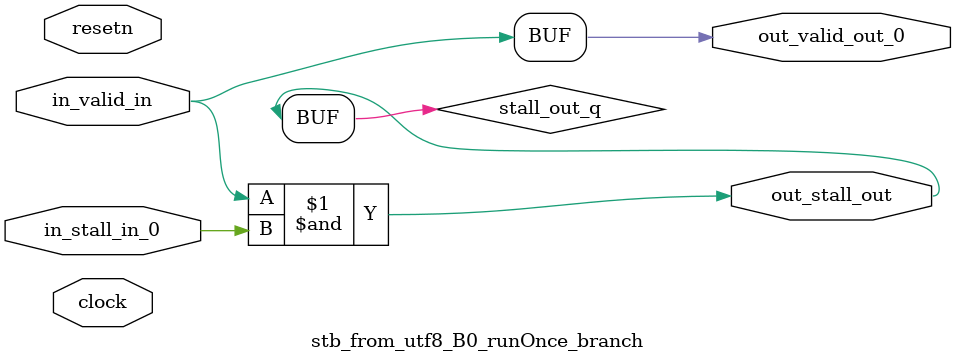
<source format=sv>



(* altera_attribute = "-name AUTO_SHIFT_REGISTER_RECOGNITION OFF; -name MESSAGE_DISABLE 10036; -name MESSAGE_DISABLE 10037; -name MESSAGE_DISABLE 14130; -name MESSAGE_DISABLE 14320; -name MESSAGE_DISABLE 15400; -name MESSAGE_DISABLE 14130; -name MESSAGE_DISABLE 10036; -name MESSAGE_DISABLE 12020; -name MESSAGE_DISABLE 12030; -name MESSAGE_DISABLE 12010; -name MESSAGE_DISABLE 12110; -name MESSAGE_DISABLE 14320; -name MESSAGE_DISABLE 13410; -name MESSAGE_DISABLE 113007; -name MESSAGE_DISABLE 10958" *)
module stb_from_utf8_B0_runOnce_branch (
    input wire [0:0] in_stall_in_0,
    input wire [0:0] in_valid_in,
    output wire [0:0] out_stall_out,
    output wire [0:0] out_valid_out_0,
    input wire clock,
    input wire resetn
    );

    wire [0:0] stall_out_q;


    // stall_out(LOGICAL,6)
    assign stall_out_q = in_valid_in & in_stall_in_0;

    // out_stall_out(GPOUT,4)
    assign out_stall_out = stall_out_q;

    // out_valid_out_0(GPOUT,5)
    assign out_valid_out_0 = in_valid_in;

endmodule

</source>
